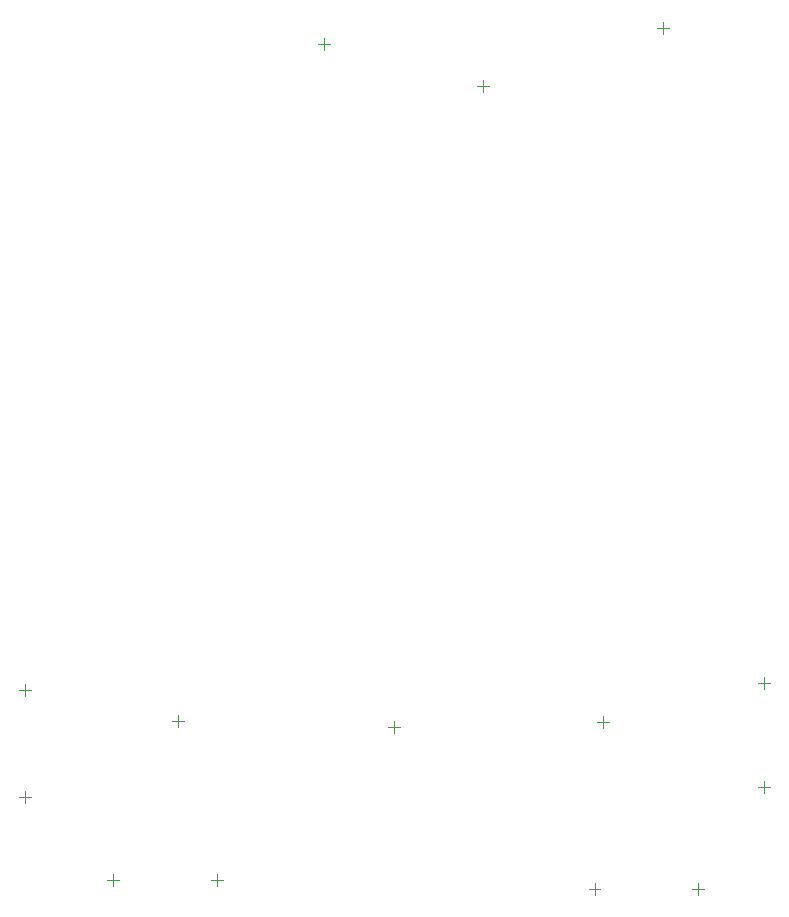
<source format=gbr>
G04*
G04 #@! TF.GenerationSoftware,Altium Limited,Altium Designer,22.9.1 (49)*
G04*
G04 Layer_Color=16711935*
%FSTAX24Y24*%
%MOIN*%
G70*
G04*
G04 #@! TF.SameCoordinates,D3726A14-7932-4F0B-9928-97F3702F6CAB*
G04*
G04*
G04 #@! TF.FilePolarity,Positive*
G04*
G01*
G75*
%ADD75C,0.0020*%
%ADD76C,0.0039*%
D75*
X0226Y030253D02*
Y030647D01*
X022403Y03045D02*
X022797D01*
D76*
X016403Y0285D02*
X016797D01*
X0166Y028303D02*
Y028697D01*
X006253Y007343D02*
X006647D01*
X00645Y007146D02*
Y00754D01*
X025796Y005142D02*
X02619D01*
X025993Y004945D02*
Y005339D01*
X011103Y0299D02*
X011497D01*
X0113Y029703D02*
Y030097D01*
X020403Y0073D02*
X020797D01*
X0206Y007103D02*
Y007497D01*
X020332Y00156D02*
Y001954D01*
X020135Y001757D02*
X020529D01*
X023788Y00156D02*
Y001954D01*
X023591Y001757D02*
X023985D01*
X025796Y008608D02*
X02619D01*
X025993Y008411D02*
Y008805D01*
X007749Y00186D02*
Y002254D01*
X007552Y002057D02*
X007945D01*
X013453Y00715D02*
X013847D01*
X01365Y006953D02*
Y007347D01*
X004292Y00186D02*
Y002254D01*
X004095Y002057D02*
X004489D01*
X00116Y004808D02*
X001554D01*
X001357Y004611D02*
Y005005D01*
X00116Y008392D02*
X001554D01*
X001357Y008195D02*
Y008589D01*
M02*

</source>
